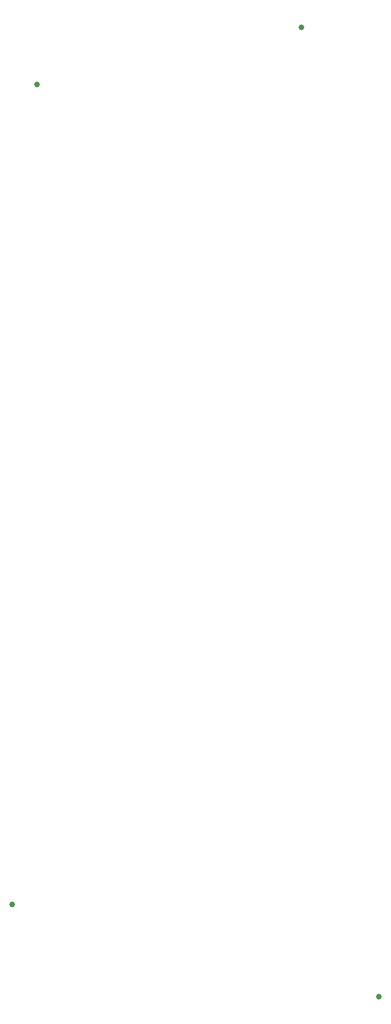
<source format=gbp>
%FSLAX24Y24*%
%MOIN*%
G70*
G01*
G75*
G04 Layer_Color=128*
%ADD10C,0.0394*%
%ADD11R,0.0354X0.0354*%
%ADD12R,0.0394X0.0945*%
%ADD13R,0.1299X0.0945*%
%ADD14R,0.0532X0.0453*%
%ADD15O,0.0217X0.0689*%
%ADD16O,0.0689X0.0217*%
%ADD17R,0.0472X0.1378*%
%ADD18R,0.0630X0.0236*%
%ADD19R,0.0335X0.0335*%
%ADD20R,0.0610X0.0925*%
%ADD21R,0.0335X0.0669*%
%ADD22R,0.0866X0.0925*%
%ADD23R,0.0394X0.0394*%
%ADD24R,0.0630X0.1181*%
%ADD25O,0.0236X0.0866*%
%ADD26R,0.0492X0.1201*%
%ADD27R,0.2185X0.2559*%
%ADD28R,0.0787X0.2362*%
%ADD29R,0.0532X0.0453*%
%ADD30C,0.0150*%
%ADD31C,0.0300*%
%ADD32C,0.1000*%
%ADD33C,0.0500*%
%ADD34C,0.0250*%
%ADD35C,0.0591*%
%ADD36R,0.0591X0.0591*%
%ADD37C,0.0591*%
%ADD38P,0.2706X8X22.5*%
%ADD39C,0.1800*%
%ADD40C,0.0630*%
%ADD41C,0.1161*%
%ADD42R,0.0591X0.0591*%
%ADD43C,0.0500*%
%ADD44C,0.0394*%
%ADD45C,0.0098*%
%ADD46C,0.0100*%
%ADD47C,0.0236*%
%ADD48C,0.0079*%
D44*
X29600Y89800D02*
D03*
X47700Y93700D02*
D03*
X53000Y27500D02*
D03*
X27900Y33800D02*
D03*
M02*

</source>
